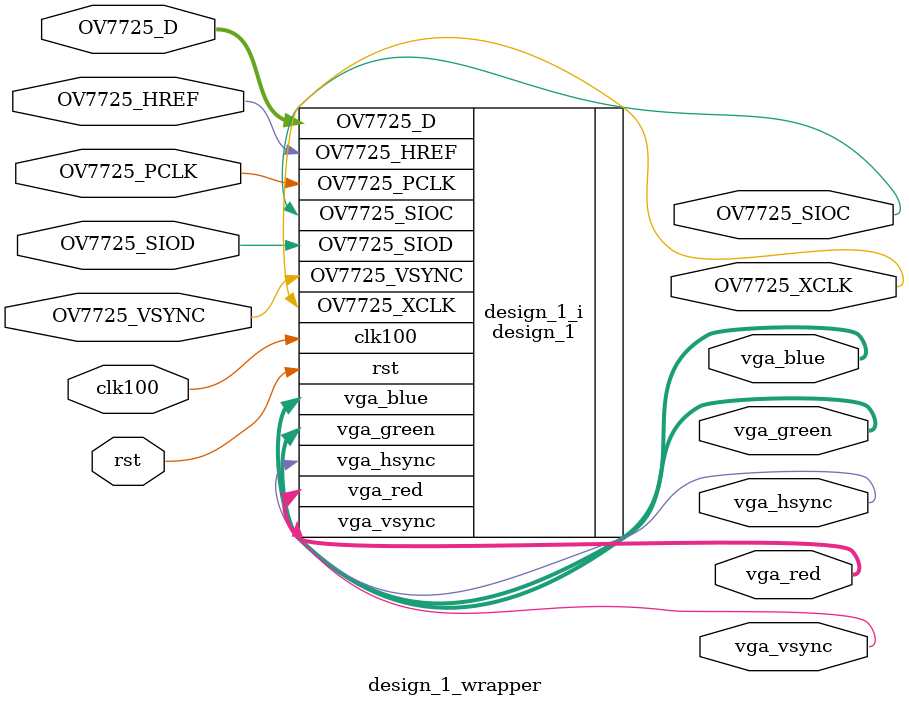
<source format=v>
`timescale 1 ps / 1 ps

module design_1_wrapper
   (OV7725_D,
    OV7725_HREF,
    OV7725_PCLK,
    OV7725_SIOC,
    OV7725_SIOD,
    OV7725_VSYNC,
    OV7725_XCLK,
    clk100,
    rst,
    vga_blue,
    vga_green,
    vga_hsync,
    vga_red,
    vga_vsync);
  input [7:0]OV7725_D;
  input OV7725_HREF;
  input OV7725_PCLK;
  output OV7725_SIOC;
  inout OV7725_SIOD;
  input OV7725_VSYNC;
  output OV7725_XCLK;
  input clk100;
  input rst;
  output [3:0]vga_blue;
  output [3:0]vga_green;
  output vga_hsync;
  output [3:0]vga_red;
  output vga_vsync;

  wire [7:0]OV7725_D;
  wire OV7725_HREF;
  wire OV7725_PCLK;
  wire OV7725_SIOC;
  wire OV7725_SIOD;
  wire OV7725_VSYNC;
  wire OV7725_XCLK;
  wire clk100;
  wire rst;
  wire [3:0]vga_blue;
  wire [3:0]vga_green;
  wire vga_hsync;
  wire [3:0]vga_red;
  wire vga_vsync;

design_1 design_1_i
       (.OV7725_D(OV7725_D),
        .OV7725_HREF(OV7725_HREF),
        .OV7725_PCLK(OV7725_PCLK),
        .OV7725_SIOC(OV7725_SIOC),
        .OV7725_SIOD(OV7725_SIOD),
        .OV7725_VSYNC(OV7725_VSYNC),
        .OV7725_XCLK(OV7725_XCLK),
        .clk100(clk100),
        .rst(rst),
        .vga_blue(vga_blue),
        .vga_green(vga_green),
        .vga_hsync(vga_hsync),
        .vga_red(vga_red),
        .vga_vsync(vga_vsync));
endmodule

</source>
